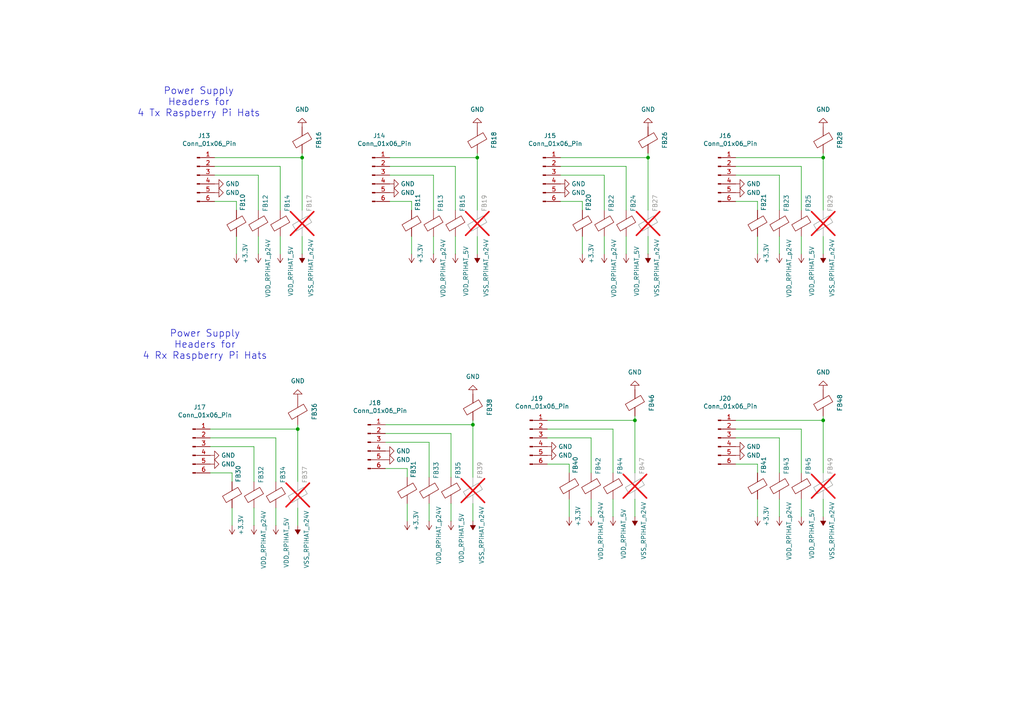
<source format=kicad_sch>
(kicad_sch (version 20231120) (generator "eeschema") (generator_version "8.0")
  (paper "A4")
  (title_block (title "Power Supply Headers for RPi HATS") (date "2024-04-04") (rev "1.0"))
  (lib_symbols
    (symbol "+3.3V_1" (power) (pin_numbers hide) (pin_names (offset 0) hide)
      (property "Value" "+3.3V" (at 0 3.556 0))
      (symbol "+3.3V_1_0_1"
        (polyline (pts (xy -0.762 1.27) (xy 0 2.54)))
        (polyline (pts (xy 0 0) (xy 0 2.54)))
        (polyline (pts (xy 0 2.54) (xy 0.762 1.27)))
      )
      (symbol "+3.3V_1_1_1"
        (pin power_in line (at 0 0 90) (length 0) hide (name "+3.3V") (number "1"))
      )
    )
    (symbol "Connector:Conn_01x06_Pin" (pin_names (offset 1.016) hide)
      (property "Reference" "J" (at 0 7.62 0))
      (property "Value" "Conn_01x06_Pin" (at 0 -10.16 0))
      (symbol "Conn_01x06_Pin_1_1"
        (polyline (pts (xy 1.27 -7.62) (xy 0.8636 -7.62)) (stroke (width 0.1524)))
        (polyline (pts (xy 1.27 -5.08) (xy 0.8636 -5.08)) (stroke (width 0.1524)))
        (polyline (pts (xy 1.27 -2.54) (xy 0.8636 -2.54)) (stroke (width 0.1524)))
        (polyline (pts (xy 1.27 0) (xy 0.8636 0)) (stroke (width 0.1524)))
        (polyline (pts (xy 1.27 2.54) (xy 0.8636 2.54)) (stroke (width 0.1524)))
        (polyline (pts (xy 1.27 5.08) (xy 0.8636 5.08)) (stroke (width 0.1524)))
        (rectangle (start 0.8636 -7.493) (end 0 -7.747) (stroke (width 0.1524)) (fill (type outline)))
        (rectangle (start 0.8636 -4.953) (end 0 -5.207) (stroke (width 0.1524)) (fill (type outline)))
        (rectangle (start 0.8636 -2.413) (end 0 -2.667) (stroke (width 0.1524)) (fill (type outline)))
        (rectangle (start 0.8636 0.127) (end 0 -0.127) (stroke (width 0.1524)) (fill (type outline)))
        (rectangle (start 0.8636 2.667) (end 0 2.413) (stroke (width 0.1524)) (fill (type outline)))
        (rectangle (start 0.8636 5.207) (end 0 4.953) (stroke (width 0.1524)) (fill (type outline)))
        (pin passive line (at 5.08 5.08 180) (length 3.81) (name "Pin_1") (number "1"))
        (pin passive line (at 5.08 2.54 180) (length 3.81) (name "Pin_2") (number "2"))
        (pin passive line (at 5.08 0 180) (length 3.81) (name "Pin_3") (number "3"))
        (pin passive line (at 5.08 -2.54 180) (length 3.81) (name "Pin_4") (number "4"))
        (pin passive line (at 5.08 -5.08 180) (length 3.81) (name "Pin_5") (number "5"))
        (pin passive line (at 5.08 -7.62 180) (length 3.81) (name "Pin_6") (number "6"))
      )
    )
    (symbol "Device:FerriteBead" (pin_numbers hide) (pin_names (offset 0))
      (property "Reference" "FB" (at -3.81 0.635 90))
      (property "Value" "FerriteBead" (at 3.81 0 90))
      (symbol "FerriteBead_0_1"
        (polyline (pts (xy 0 -1.27) (xy 0 -1.2192)))
        (polyline (pts (xy 0 1.27) (xy 0 1.2954)))
        (polyline (pts (xy -2.7686 0.4064) (xy -1.7018 2.2606) (xy 2.7686 -0.3048) (xy 1.6764 -2.159) (xy -2.7686 0.4064)))
      )
      (symbol "FerriteBead_1_1"
        (pin passive line (at 0 3.81 270) (length 2.54) (name "~") (number "1"))
        (pin passive line (at 0 -3.81 90) (length 2.54) (name "~") (number "2"))
      )
    )
    (symbol "GND_1" (power) (pin_numbers hide) (pin_names (offset 0) hide)
      (property "Value" "GND" (at 0 -3.81 0))
      (symbol "GND_1_0_1"
        (polyline (pts (xy 0 0) (xy 0 -1.27) (xy 1.27 -1.27) (xy 0 -2.54) (xy -1.27 -1.27) (xy 0 -1.27)))
      )
      (symbol "GND_1_1_1"
        (pin power_in line (at 0 0 270) (length 0) hide (name "GND") (number "1"))
      )
    )
    (symbol "GND_2" (power) (pin_numbers hide) (pin_names (offset 0) hide)
      (property "Value" "GND" (at 0 -3.81 0))
      (symbol "GND_2_0_1"
        (polyline (pts (xy 0 0) (xy 0 -1.27) (xy 1.27 -1.27) (xy 0 -2.54) (xy -1.27 -1.27) (xy 0 -1.27)))
      )
      (symbol "GND_2_1_1"
        (pin power_in line (at 0 0 270) (length 0) hide (name "GND") (number "1"))
      )
    )
    (symbol "GND_3" (power) (pin_numbers hide) (pin_names (offset 0) hide)
      (property "Value" "GND" (at 0 -3.81 0))
      (symbol "GND_3_0_1"
        (polyline (pts (xy 0 0) (xy 0 -1.27) (xy 1.27 -1.27) (xy 0 -2.54) (xy -1.27 -1.27) (xy 0 -1.27)))
      )
      (symbol "GND_3_1_1"
        (pin power_in line (at 0 0 270) (length 0) hide (name "GND") (number "1"))
      )
    )
    (symbol "power:VDD" (power) (pin_numbers hide) (pin_names (offset 0) hide)
      (property "Value" "VDD" (at 0 3.556 0))
      (symbol "VDD_0_1"
        (polyline (pts (xy -0.762 1.27) (xy 0 2.54)))
        (polyline (pts (xy 0 0) (xy 0 2.54)))
        (polyline (pts (xy 0 2.54) (xy 0.762 1.27)))
      )
      (symbol "VDD_1_1"
        (pin power_in line (at 0 0 90) (length 0) (name "~") (number "1"))
      )
    )
    (symbol "power:VSS" (power) (pin_numbers hide) (pin_names (offset 0) hide)
      (property "Value" "VSS" (at 0 3.556 0))
      (symbol "VSS_0_1"
        (polyline (pts (xy 0 0) (xy 0 2.54)))
        (polyline (pts (xy 0.762 1.27) (xy -0.762 1.27) (xy 0 2.54) (xy 0.762 1.27)) (fill (type outline)))
      )
      (symbol "VSS_1_1"
        (pin power_in line (at 0 0 90) (length 0) (name "~") (number "1"))
      )
    )
  )
  (junction (at 87.63 45.72))
  (junction (at 238.76 121.92))
  (junction (at 138.43 45.72))
  (junction (at 238.76 45.72))
  (junction (at 86.36 124.46))
  (junction (at 137.16 123.19))
  (junction (at 187.96 45.72))
  (junction (at 184.15 121.92))
  (wire (pts (xy 60.96 137.16) (xy 67.31 137.16)))
  (wire (pts (xy 137.16 123.19) (xy 137.16 138.43)))
  (wire (pts (xy 132.08 48.26) (xy 113.03 48.26)))
  (wire (pts (xy 219.71 68.58) (xy 219.71 73.66)))
  (wire (pts (xy 74.93 68.58) (xy 74.93 73.66)))
  (wire (pts (xy 86.36 123.19) (xy 86.36 124.46)))
  (wire (pts (xy 80.01 147.32) (xy 80.01 152.4)))
  (wire (pts (xy 226.06 144.78) (xy 226.06 149.86)))
  (wire (pts (xy 113.03 50.8) (xy 125.73 50.8)))
  (wire (pts (xy 111.76 128.27) (xy 124.46 128.27)))
  (wire (pts (xy 226.06 60.96) (xy 226.06 50.8)))
  (wire (pts (xy 213.36 134.62) (xy 219.71 134.62)))
  (wire (pts (xy 162.56 58.42) (xy 168.91 58.42)))
  (wire (pts (xy 177.8 124.46) (xy 158.75 124.46)))
  (wire (pts (xy 238.76 44.45) (xy 238.76 45.72)))
  (wire (pts (xy 238.76 45.72) (xy 238.76 60.96)))
  (wire (pts (xy 86.36 147.32) (xy 86.36 152.4)))
  (wire (pts (xy 162.56 50.8) (xy 175.26 50.8)))
  (wire (pts (xy 171.45 137.16) (xy 171.45 127)))
  (wire (pts (xy 175.26 68.58) (xy 175.26 73.66)))
  (wire (pts (xy 213.36 50.8) (xy 226.06 50.8)))
  (wire (pts (xy 119.38 58.42) (xy 119.38 60.96)))
  (wire (pts (xy 219.71 58.42) (xy 219.71 60.96)))
  (wire (pts (xy 125.73 68.58) (xy 125.73 73.66)))
  (wire (pts (xy 213.36 58.42) (xy 219.71 58.42)))
  (wire (pts (xy 158.75 121.92) (xy 184.15 121.92)))
  (wire (pts (xy 219.71 144.78) (xy 219.71 149.86)))
  (wire (pts (xy 113.03 58.42) (xy 119.38 58.42)))
  (wire (pts (xy 232.41 137.16) (xy 232.41 124.46)))
  (wire (pts (xy 81.28 68.58) (xy 81.28 73.66)))
  (wire (pts (xy 213.36 121.92) (xy 238.76 121.92)))
  (wire (pts (xy 80.01 139.7) (xy 80.01 127)))
  (wire (pts (xy 138.43 45.72) (xy 138.43 60.96)))
  (wire (pts (xy 67.31 137.16) (xy 67.31 139.7)))
  (wire (pts (xy 132.08 60.96) (xy 132.08 48.26)))
  (wire (pts (xy 68.58 58.42) (xy 68.58 60.96)))
  (wire (pts (xy 238.76 121.92) (xy 238.76 137.16)))
  (wire (pts (xy 219.71 134.62) (xy 219.71 137.16)))
  (wire (pts (xy 138.43 68.58) (xy 138.43 73.66)))
  (wire (pts (xy 124.46 146.05) (xy 124.46 151.13)))
  (wire (pts (xy 168.91 58.42) (xy 168.91 60.96)))
  (wire (pts (xy 238.76 120.65) (xy 238.76 121.92)))
  (wire (pts (xy 60.96 124.46) (xy 86.36 124.46)))
  (wire (pts (xy 73.66 139.7) (xy 73.66 129.54)))
  (wire (pts (xy 137.16 121.92) (xy 137.16 123.19)))
  (wire (pts (xy 187.96 44.45) (xy 187.96 45.72)))
  (wire (pts (xy 213.36 45.72) (xy 238.76 45.72)))
  (wire (pts (xy 62.23 58.42) (xy 68.58 58.42)))
  (wire (pts (xy 177.8 137.16) (xy 177.8 124.46)))
  (wire (pts (xy 81.28 60.96) (xy 81.28 48.26)))
  (wire (pts (xy 111.76 123.19) (xy 137.16 123.19)))
  (wire (pts (xy 125.73 60.96) (xy 125.73 50.8)))
  (wire (pts (xy 68.58 68.58) (xy 68.58 73.66)))
  (wire (pts (xy 118.11 146.05) (xy 118.11 151.13)))
  (wire (pts (xy 87.63 68.58) (xy 87.63 73.66)))
  (wire (pts (xy 124.46 138.43) (xy 124.46 128.27)))
  (wire (pts (xy 67.31 147.32) (xy 67.31 152.4)))
  (wire (pts (xy 184.15 121.92) (xy 184.15 137.16)))
  (wire (pts (xy 168.91 68.58) (xy 168.91 73.66)))
  (wire (pts (xy 238.76 68.58) (xy 238.76 73.66)))
  (wire (pts (xy 118.11 135.89) (xy 118.11 138.43)))
  (wire (pts (xy 184.15 144.78) (xy 184.15 149.86)))
  (wire (pts (xy 175.26 60.96) (xy 175.26 50.8)))
  (wire (pts (xy 87.63 44.45) (xy 87.63 45.72)))
  (wire (pts (xy 132.08 68.58) (xy 132.08 73.66)))
  (wire (pts (xy 62.23 45.72) (xy 87.63 45.72)))
  (wire (pts (xy 226.06 68.58) (xy 226.06 73.66)))
  (wire (pts (xy 74.93 60.96) (xy 74.93 50.8)))
  (wire (pts (xy 181.61 60.96) (xy 181.61 48.26)))
  (wire (pts (xy 130.81 146.05) (xy 130.81 151.13)))
  (wire (pts (xy 232.41 144.78) (xy 232.41 149.86)))
  (wire (pts (xy 171.45 144.78) (xy 171.45 149.86)))
  (wire (pts (xy 232.41 48.26) (xy 213.36 48.26)))
  (wire (pts (xy 60.96 129.54) (xy 73.66 129.54)))
  (wire (pts (xy 81.28 48.26) (xy 62.23 48.26)))
  (wire (pts (xy 62.23 50.8) (xy 74.93 50.8)))
  (wire (pts (xy 111.76 135.89) (xy 118.11 135.89)))
  (wire (pts (xy 181.61 68.58) (xy 181.61 73.66)))
  (wire (pts (xy 232.41 60.96) (xy 232.41 48.26)))
  (wire (pts (xy 187.96 68.58) (xy 187.96 73.66)))
  (wire (pts (xy 165.1 144.78) (xy 165.1 149.86)))
  (wire (pts (xy 130.81 125.73) (xy 111.76 125.73)))
  (wire (pts (xy 119.38 68.58) (xy 119.38 73.66)))
  (wire (pts (xy 238.76 144.78) (xy 238.76 149.86)))
  (wire (pts (xy 165.1 134.62) (xy 165.1 137.16)))
  (wire (pts (xy 184.15 120.65) (xy 184.15 121.92)))
  (wire (pts (xy 232.41 124.46) (xy 213.36 124.46)))
  (wire (pts (xy 232.41 68.58) (xy 232.41 73.66)))
  (wire (pts (xy 138.43 44.45) (xy 138.43 45.72)))
  (wire (pts (xy 187.96 45.72) (xy 187.96 60.96)))
  (wire (pts (xy 130.81 138.43) (xy 130.81 125.73)))
  (wire (pts (xy 181.61 48.26) (xy 162.56 48.26)))
  (wire (pts (xy 73.66 147.32) (xy 73.66 152.4)))
  (wire (pts (xy 113.03 45.72) (xy 138.43 45.72)))
  (wire (pts (xy 86.36 124.46) (xy 86.36 139.7)))
  (wire (pts (xy 177.8 144.78) (xy 177.8 149.86)))
  (wire (pts (xy 80.01 127) (xy 60.96 127)))
  (wire (pts (xy 158.75 127) (xy 171.45 127)))
  (wire (pts (xy 213.36 127) (xy 226.06 127)))
  (wire (pts (xy 162.56 45.72) (xy 187.96 45.72)))
  (wire (pts (xy 87.63 45.72) (xy 87.63 60.96)))
  (wire (pts (xy 137.16 146.05) (xy 137.16 151.13)))
  (wire (pts (xy 158.75 134.62) (xy 165.1 134.62)))
  (wire (pts (xy 226.06 137.16) (xy 226.06 127)))
  (text "Power Supply\nHeaders for\n4 Tx Raspberry Pi Hats\n" (at 57.658 29.718 0) (effects (font (size 2 2))))
  (text "Power Supply\nHeaders for\n4 Rx Raspberry Pi Hats\n" (at 59.436 100.076 0) (effects (font (size 2 2))))
  (symbol (lib_name "GND_2") (lib_id "power:GND") (at 213.36 129.54 90) (unit 1)
    (property "Reference" "#PWR082" (effects (hide yes)))
    (property "Value" "GND" (at 216.535 129.54 90) (effects (justify right)))
  )
  (symbol (lib_name "GND_1") (lib_id "power:GND") (at 162.56 55.88 90) (unit 1)
    (property "Reference" "#PWR053" (effects (hide yes)))
    (property "Value" "GND" (at 165.735 55.88 90) (effects (justify right)))
  )
  (symbol (lib_id "Device:FerriteBead") (at 165.1 140.97 0) (mirror x) (unit 1)
    (property "Reference" "FB40" (at 166.878 134.874 90))
    (property "Value" "FerriteBead" (effects (hide yes)))
    (property "Footprint" "BCRL_power_supply:BEADC1005X55N" (effects (hide yes)))
    (property "Datasheet" "https://product.tdk.com/system/files/dam/doc/product/emc/emc/suppression-filter/catalog/suppression-filter_commercial_maf1005p_en.pdf" (effects (hide yes)))
    (property "Description" "Ferrite bead 9 mOhm 6A" (effects (hide yes)))
    (property "PN" "MAF1005PAD120CT000" (effects (hide yes)))
    (property "Mfr" "TDK" (effects (hide yes)))
  )
  (symbol (lib_name "+3.3V_1") (lib_id "power:+3.3V") (at 165.1 149.86 180) (unit 1)
    (property "Reference" "#PWR084" (effects (hide yes)))
    (property "Value" "+3.3V" (at 167.64 146.812 90) (effects (justify left)))
  )
  (symbol (lib_id "Device:FerriteBead") (at 171.45 140.97 0) (mirror x) (unit 1)
    (property "Reference" "FB42" (at 173.482 135.128 90))
    (property "Value" "FerriteBead" (effects (hide yes)))
    (property "Footprint" "BCRL_power_supply:BEADC1005X55N" (effects (hide yes)))
    (property "Datasheet" "https://product.tdk.com/system/files/dam/doc/product/emc/emc/suppression-filter/catalog/suppression-filter_commercial_maf1005p_en.pdf" (effects (hide yes)))
    (property "Description" "Ferrite bead 9 mOhm 6A" (effects (hide yes)))
    (property "PN" "MAF1005PAD120CT000" (effects (hide yes)))
    (property "Mfr" "TDK" (effects (hide yes)))
  )
  (symbol (lib_name "+3.3V_1") (lib_id "power:+3.3V") (at 219.71 73.66 180) (unit 1)
    (property "Reference" "#PWR057" (effects (hide yes)))
    (property "Value" "+3.3V" (at 222.25 70.612 90) (effects (justify left)))
  )
  (symbol (lib_id "Device:FerriteBead") (at 80.01 143.51 0) (mirror x) (unit 1)
    (property "Reference" "FB34" (at 82.042 137.668 90))
    (property "Value" "FerriteBead" (effects (hide yes)))
    (property "Footprint" "BCRL_power_supply:BEADC1005X55N" (effects (hide yes)))
    (property "Datasheet" "https://product.tdk.com/system/files/dam/doc/product/emc/emc/suppression-filter/catalog/suppression-filter_commercial_maf1005p_en.pdf" (effects (hide yes)))
    (property "Description" "Ferrite bead 9 mOhm 6A" (effects (hide yes)))
    (property "PN" "MAF1005PAD120CT000" (effects (hide yes)))
    (property "Mfr" "TDK" (effects (hide yes)))
  )
  (symbol (lib_name "+3.3V_1") (lib_id "power:+3.3V") (at 118.11 151.13 180) (unit 1)
    (property "Reference" "#PWR071" (effects (hide yes)))
    (property "Value" "+3.3V" (at 120.65 148.082 90) (effects (justify left)))
  )
  (symbol (lib_id "Connector:Conn_01x06_Pin") (at 153.67 127 0) (unit 1)
    (property "Reference" "J19" (at 155.702 115.57 0))
    (property "Value" "Conn_01x06_Pin" (at 157.226 117.856 0))
    (property "Footprint" "BCRL_power_supply:TSM-106-YY-ZZZ-SH" (effects (hide yes)))
    (property "Datasheet" "https://www.mouser.ca/datasheet/2/527/tsm-2854655.pdf" (effects (hide yes)))
    (property "Description" "1x6 pin Header SMT, Horizontal" (effects (hide yes)))
    (property "PN" "TSM-106-01-T-SH" (effects (hide yes)))
    (property "Mfr" "SAMTEC" (effects (hide yes)))
  )
  (symbol (lib_id "power:VDD") (at 175.26 73.66 180) (unit 1)
    (property "Reference" "#PWR058" (effects (hide yes)))
    (property "Value" "VDD_RPiHAT_p24V" (at 178.054 69.342 90) (effects (justify left)))
    (property "Description" "Power symbol creates a global label with name \"VDD\"" (effects (hide yes)))
  )
  (symbol (lib_name "GND_3") (lib_id "power:GND") (at 87.63 36.83 180) (unit 1)
    (property "Reference" "#PWR048" (effects (hide yes)))
    (property "Value" "GND" (at 87.63 31.75 0))
  )
  (symbol (lib_id "Device:FerriteBead") (at 226.06 64.77 0) (mirror x) (unit 1)
    (property "Reference" "FB23" (at 228.092 58.928 90))
    (property "Value" "FerriteBead" (effects (hide yes)))
    (property "Footprint" "BCRL_power_supply:BEADC1005X55N" (effects (hide yes)))
    (property "Datasheet" "https://product.tdk.com/system/files/dam/doc/product/emc/emc/suppression-filter/catalog/suppression-filter_commercial_maf1005p_en.pdf" (effects (hide yes)))
    (property "Description" "Ferrite bead 9 mOhm 6A" (effects (hide yes)))
    (property "PN" "MAF1005PAD120CT000" (effects (hide yes)))
    (property "Mfr" "TDK" (effects (hide yes)))
  )
  (symbol (lib_name "GND_1") (lib_id "power:GND") (at 213.36 132.08 90) (unit 1)
    (property "Reference" "#PWR083" (effects (hide yes)))
    (property "Value" "GND" (at 216.535 132.08 90) (effects (justify right)))
  )
  (symbol (lib_id "power:VSS") (at 86.36 152.4 180) (unit 1)
    (property "Reference" "#PWR077" (effects (hide yes)))
    (property "Value" "VSS_RPiHAT_n24V" (at 88.9 156.464 90))
    (property "Description" "Power symbol creates a global label with name \"VSS\"" (effects (hide yes)))
  )
  (symbol (lib_id "Device:FerriteBead") (at 130.81 142.24 0) (mirror x) (unit 1)
    (property "Reference" "FB35" (at 132.842 136.398 90))
    (property "Value" "FerriteBead" (effects (hide yes)))
    (property "Footprint" "BCRL_power_supply:BEADC1005X55N" (effects (hide yes)))
    (property "Datasheet" "https://product.tdk.com/system/files/dam/doc/product/emc/emc/suppression-filter/catalog/suppression-filter_commercial_maf1005p_en.pdf" (effects (hide yes)))
    (property "Description" "Ferrite bead 9 mOhm 6A" (effects (hide yes)))
    (property "PN" "MAF1005PAD120CT000" (effects (hide yes)))
    (property "Mfr" "TDK" (effects (hide yes)))
  )
  (symbol (lib_id "power:VSS") (at 138.43 73.66 180) (unit 1)
    (property "Reference" "#PWR051" (effects (hide yes)))
    (property "Value" "VSS_RPiHAT_n24V" (at 140.97 77.724 90))
    (property "Description" "Power symbol creates a global label with name \"VSS\"" (effects (hide yes)))
  )
  (symbol (lib_id "Device:FerriteBead") (at 137.16 118.11 0) (mirror x) (unit 1)
    (property "Reference" "FB38" (at 141.986 118.11 90))
    (property "Value" "FerriteBead" (effects (hide yes)))
    (property "Footprint" "BCRL_power_supply:BEADC1005X55N" (effects (hide yes)))
    (property "Datasheet" "https://product.tdk.com/system/files/dam/doc/product/emc/emc/suppression-filter/catalog/suppression-filter_commercial_maf1005p_en.pdf" (effects (hide yes)))
    (property "Description" "Ferrite bead 9 mOhm 6A" (effects (hide yes)))
    (property "PN" "MAF1005PAD120CT000" (effects (hide yes)))
    (property "Mfr" "TDK" (effects (hide yes)))
  )
  (symbol (lib_id "Connector:Conn_01x06_Pin") (at 57.15 50.8 0) (unit 1)
    (property "Reference" "J13" (at 59.182 39.37 0))
    (property "Value" "Conn_01x06_Pin" (at 60.706 41.656 0))
    (property "Footprint" "BCRL_power_supply:TSM-106-YY-ZZZ-SH" (effects (hide yes)))
    (property "Datasheet" "https://www.mouser.ca/datasheet/2/527/tsm-2854655.pdf" (effects (hide yes)))
    (property "Description" "1x6 pin Header SMT, Horizontal" (effects (hide yes)))
    (property "PN" "TSM-106-01-T-SH" (effects (hide yes)))
    (property "Mfr" "SAMTEC" (effects (hide yes)))
  )
  (symbol (lib_id "Device:FerriteBead") (at 168.91 64.77 0) (mirror x) (unit 1)
    (property "Reference" "FB20" (at 170.688 58.674 90))
    (property "Value" "FerriteBead" (effects (hide yes)))
    (property "Footprint" "BCRL_power_supply:BEADC1005X55N" (effects (hide yes)))
    (property "Datasheet" "https://product.tdk.com/system/files/dam/doc/product/emc/emc/suppression-filter/catalog/suppression-filter_commercial_maf1005p_en.pdf" (effects (hide yes)))
    (property "Description" "Ferrite bead 9 mOhm 6A" (effects (hide yes)))
    (property "PN" "MAF1005PAD120CT000" (effects (hide yes)))
    (property "Mfr" "TDK" (effects (hide yes)))
  )
  (symbol (lib_id "Device:FerriteBead") (at 68.58 64.77 0) (mirror x) (unit 1)
    (property "Reference" "FB10" (at 70.358 58.674 90))
    (property "Value" "FerriteBead" (effects (hide yes)))
    (property "Footprint" "BCRL_power_supply:BEADC1005X55N" (effects (hide yes)))
    (property "Datasheet" "https://product.tdk.com/system/files/dam/doc/product/emc/emc/suppression-filter/catalog/suppression-filter_commercial_maf1005p_en.pdf" (effects (hide yes)))
    (property "Description" "Ferrite bead 9 mOhm 6A" (effects (hide yes)))
    (property "PN" "MAF1005PAD120CT000" (effects (hide yes)))
    (property "Mfr" "TDK" (effects (hide yes)))
  )
  (symbol (lib_id "power:VDD") (at 130.81 151.13 180) (unit 1)
    (property "Reference" "#PWR075" (effects (hide yes)))
    (property "Value" "VDD_RPiHAT_5V" (at 133.858 148.844 90) (effects (justify left)))
    (property "Description" "Power symbol creates a global label with name \"VDD\"" (effects (hide yes)))
  )
  (symbol (lib_id "power:VDD") (at 232.41 149.86 180) (unit 1)
    (property "Reference" "#PWR089" (effects (hide yes)))
    (property "Value" "VDD_RPiHAT_5V" (at 235.458 147.574 90) (effects (justify left)))
    (property "Description" "Power symbol creates a global label with name \"VDD\"" (effects (hide yes)))
  )
  (symbol (lib_id "Device:FerriteBead") (at 238.76 40.64 0) (mirror x) (unit 1)
    (property "Reference" "FB28" (at 243.586 40.64 90))
    (property "Value" "FerriteBead" (effects (hide yes)))
    (property "Footprint" "BCRL_power_supply:BEADC1005X55N" (effects (hide yes)))
    (property "Datasheet" "https://product.tdk.com/system/files/dam/doc/product/emc/emc/suppression-filter/catalog/suppression-filter_commercial_maf1005p_en.pdf" (effects (hide yes)))
    (property "Description" "Ferrite bead 9 mOhm 6A" (effects (hide yes)))
    (property "PN" "MAF1005PAD120CT000" (effects (hide yes)))
    (property "Mfr" "TDK" (effects (hide yes)))
  )
  (symbol (lib_id "Device:FerriteBead") (at 219.71 140.97 0) (mirror x) (unit 1)
    (property "Reference" "FB41" (at 221.488 134.874 90))
    (property "Value" "FerriteBead" (effects (hide yes)))
    (property "Footprint" "BCRL_power_supply:BEADC1005X55N" (effects (hide yes)))
    (property "Datasheet" "https://product.tdk.com/system/files/dam/doc/product/emc/emc/suppression-filter/catalog/suppression-filter_commercial_maf1005p_en.pdf" (effects (hide yes)))
    (property "Description" "Ferrite bead 9 mOhm 6A" (effects (hide yes)))
    (property "PN" "MAF1005PAD120CT000" (effects (hide yes)))
    (property "Mfr" "TDK" (effects (hide yes)))
  )
  (symbol (lib_name "GND_1") (lib_id "power:GND") (at 60.96 134.62 90) (unit 1)
    (property "Reference" "#PWR067" (effects (hide yes)))
    (property "Value" "GND" (at 64.135 134.62 90) (effects (justify right)))
  )
  (symbol (lib_id "Connector:Conn_01x06_Pin") (at 208.28 127 0) (unit 1)
    (property "Reference" "J20" (at 210.312 115.57 0))
    (property "Value" "Conn_01x06_Pin" (at 211.836 117.856 0))
    (property "Footprint" "BCRL_power_supply:TSM-106-YY-ZZZ-SH" (effects (hide yes)))
    (property "Datasheet" "https://www.mouser.ca/datasheet/2/527/tsm-2854655.pdf" (effects (hide yes)))
    (property "Description" "1x6 pin Header SMT, Horizontal" (effects (hide yes)))
    (property "PN" "TSM-106-01-T-SH" (effects (hide yes)))
    (property "Mfr" "SAMTEC" (effects (hide yes)))
  )
  (symbol (lib_id "Device:FerriteBead") (at 184.15 116.84 0) (mirror x) (unit 1)
    (property "Reference" "FB46" (at 188.976 116.84 90))
    (property "Value" "FerriteBead" (effects (hide yes)))
    (property "Footprint" "BCRL_power_supply:BEADC1005X55N" (effects (hide yes)))
    (property "Datasheet" "https://product.tdk.com/system/files/dam/doc/product/emc/emc/suppression-filter/catalog/suppression-filter_commercial_maf1005p_en.pdf" (effects (hide yes)))
    (property "Description" "Ferrite bead 9 mOhm 6A" (effects (hide yes)))
    (property "PN" "MAF1005PAD120CT000" (effects (hide yes)))
    (property "Mfr" "TDK" (effects (hide yes)))
  )
  (symbol (lib_id "power:VSS") (at 238.76 149.86 180) (unit 1)
    (property "Reference" "#PWR093" (effects (hide yes)))
    (property "Value" "VSS_RPiHAT_n24V" (at 241.3 153.924 90))
    (property "Description" "Power symbol creates a global label with name \"VSS\"" (effects (hide yes)))
  )
  (symbol (lib_id "Connector:Conn_01x06_Pin") (at 107.95 50.8 0) (unit 1)
    (property "Reference" "J14" (at 109.982 39.37 0))
    (property "Value" "Conn_01x06_Pin" (at 111.506 41.656 0))
    (property "Footprint" "BCRL_power_supply:TSM-106-YY-ZZZ-SH" (effects (hide yes)))
    (property "Datasheet" "https://www.mouser.ca/datasheet/2/527/tsm-2854655.pdf" (effects (hide yes)))
    (property "Description" "1x6 pin Header SMT, Horizontal" (effects (hide yes)))
    (property "PN" "TSM-106-01-T-SH" (effects (hide yes)))
    (property "Mfr" "SAMTEC" (effects (hide yes)))
  )
  (symbol (lib_id "Connector:Conn_01x06_Pin") (at 208.28 50.8 0) (unit 1)
    (property "Reference" "J16" (at 210.312 39.37 0))
    (property "Value" "Conn_01x06_Pin" (at 211.836 41.656 0))
    (property "Footprint" "BCRL_power_supply:TSM-106-YY-ZZZ-SH" (effects (hide yes)))
    (property "Datasheet" "https://www.mouser.ca/datasheet/2/527/tsm-2854655.pdf" (effects (hide yes)))
    (property "Description" "1x6 pin Header SMT, Horizontal" (effects (hide yes)))
    (property "PN" "TSM-106-01-T-SH" (effects (hide yes)))
    (property "Mfr" "SAMTEC" (effects (hide yes)))
  )
  (symbol (lib_name "+3.3V_1") (lib_id "power:+3.3V") (at 168.91 73.66 180) (unit 1)
    (property "Reference" "#PWR056" (effects (hide yes)))
    (property "Value" "+3.3V" (at 171.45 70.612 90) (effects (justify left)))
  )
  (symbol (lib_id "power:VDD") (at 171.45 149.86 180) (unit 1)
    (property "Reference" "#PWR086" (effects (hide yes)))
    (property "Value" "VDD_RPiHAT_p24V" (at 174.244 145.542 90) (effects (justify left)))
    (property "Description" "Power symbol creates a global label with name \"VDD\"" (effects (hide yes)))
  )
  (symbol (lib_id "Device:FerriteBead") (at 177.8 140.97 0) (mirror x) (unit 1)
    (property "Reference" "FB44" (at 179.832 135.128 90))
    (property "Value" "FerriteBead" (effects (hide yes)))
    (property "Footprint" "BCRL_power_supply:BEADC1005X55N" (effects (hide yes)))
    (property "Datasheet" "https://product.tdk.com/system/files/dam/doc/product/emc/emc/suppression-filter/catalog/suppression-filter_commercial_maf1005p_en.pdf" (effects (hide yes)))
    (property "Description" "Ferrite bead 9 mOhm 6A" (effects (hide yes)))
    (property "PN" "MAF1005PAD120CT000" (effects (hide yes)))
    (property "Mfr" "TDK" (effects (hide yes)))
  )
  (symbol (lib_id "Device:FerriteBead") (at 181.61 64.77 0) (mirror x) (unit 1)
    (property "Reference" "FB24" (at 183.642 58.928 90))
    (property "Value" "FerriteBead" (effects (hide yes)))
    (property "Footprint" "BCRL_power_supply:BEADC1005X55N" (effects (hide yes)))
    (property "Datasheet" "https://product.tdk.com/system/files/dam/doc/product/emc/emc/suppression-filter/catalog/suppression-filter_commercial_maf1005p_en.pdf" (effects (hide yes)))
    (property "Description" "Ferrite bead 9 mOhm 6A" (effects (hide yes)))
    (property "PN" "MAF1005PAD120CT000" (effects (hide yes)))
    (property "Mfr" "TDK" (effects (hide yes)))
  )
  (symbol (lib_id "power:VDD") (at 80.01 152.4 180) (unit 1)
    (property "Reference" "#PWR074" (effects (hide yes)))
    (property "Value" "VDD_RPiHAT_5V" (at 83.058 150.114 90) (effects (justify left)))
    (property "Description" "Power symbol creates a global label with name \"VDD\"" (effects (hide yes)))
  )
  (symbol (lib_id "Device:FerriteBead") (at 187.96 40.64 0) (mirror x) (unit 1)
    (property "Reference" "FB26" (at 192.786 40.64 90))
    (property "Value" "FerriteBead" (effects (hide yes)))
    (property "Footprint" "BCRL_power_supply:BEADC1005X55N" (effects (hide yes)))
    (property "Datasheet" "https://product.tdk.com/system/files/dam/doc/product/emc/emc/suppression-filter/catalog/suppression-filter_commercial_maf1005p_en.pdf" (effects (hide yes)))
    (property "Description" "Ferrite bead 9 mOhm 6A" (effects (hide yes)))
    (property "PN" "MAF1005PAD120CT000" (effects (hide yes)))
    (property "Mfr" "TDK" (effects (hide yes)))
  )
  (symbol (lib_name "GND_3") (lib_id "power:GND") (at 86.36 115.57 180) (unit 1)
    (property "Reference" "#PWR076" (effects (hide yes)))
    (property "Value" "GND" (at 86.36 110.49 0))
  )
  (symbol (lib_id "Device:FerriteBead") (at 73.66 143.51 0) (mirror x) (unit 1)
    (property "Reference" "FB32" (at 75.692 137.668 90))
    (property "Value" "FerriteBead" (effects (hide yes)))
    (property "Footprint" "BCRL_power_supply:BEADC1005X55N" (effects (hide yes)))
    (property "Datasheet" "https://product.tdk.com/system/files/dam/doc/product/emc/emc/suppression-filter/catalog/suppression-filter_commercial_maf1005p_en.pdf" (effects (hide yes)))
    (property "Description" "Ferrite bead 9 mOhm 6A" (effects (hide yes)))
    (property "PN" "MAF1005PAD120CT000" (effects (hide yes)))
    (property "Mfr" "TDK" (effects (hide yes)))
  )
  (symbol (lib_id "Device:FerriteBead") (at 81.28 64.77 0) (mirror x) (unit 1)
    (property "Reference" "FB14" (at 83.312 58.928 90))
    (property "Value" "FerriteBead" (effects (hide yes)))
    (property "Footprint" "BCRL_power_supply:BEADC1005X55N" (effects (hide yes)))
    (property "Datasheet" "https://product.tdk.com/system/files/dam/doc/product/emc/emc/suppression-filter/catalog/suppression-filter_commercial_maf1005p_en.pdf" (effects (hide yes)))
    (property "Description" "Ferrite bead 9 mOhm 6A" (effects (hide yes)))
    (property "PN" "MAF1005PAD120CT000" (effects (hide yes)))
    (property "Mfr" "TDK" (effects (hide yes)))
  )
  (symbol (lib_id "power:VDD") (at 125.73 73.66 180) (unit 1)
    (property "Reference" "#PWR045" (effects (hide yes)))
    (property "Value" "VDD_RPiHAT_p24V" (at 128.524 69.342 90) (effects (justify left)))
    (property "Description" "Power symbol creates a global label with name \"VDD\"" (effects (hide yes)))
  )
  (symbol (lib_name "+3.3V_1") (lib_id "power:+3.3V") (at 68.58 73.66 180) (unit 1)
    (property "Reference" "#PWR042" (effects (hide yes)))
    (property "Value" "+3.3V" (at 71.12 70.612 90) (effects (justify left)))
  )
  (symbol (lib_id "power:VDD") (at 74.93 73.66 180) (unit 1)
    (property "Reference" "#PWR044" (effects (hide yes)))
    (property "Value" "VDD_RPiHAT_p24V" (at 77.724 69.342 90) (effects (justify left)))
    (property "Description" "Power symbol creates a global label with name \"VDD\"" (effects (hide yes)))
  )
  (symbol (lib_name "GND_1") (lib_id "power:GND") (at 158.75 132.08 90) (unit 1)
    (property "Reference" "#PWR081" (effects (hide yes)))
    (property "Value" "GND" (at 161.925 132.08 90) (effects (justify right)))
  )
  (symbol (lib_name "GND_1") (lib_id "power:GND") (at 62.23 55.88 90) (unit 1)
    (property "Reference" "#PWR039" (effects (hide yes)))
    (property "Value" "GND" (at 65.405 55.88 90) (effects (justify right)))
  )
  (symbol (lib_id "power:VSS") (at 238.76 73.66 180) (unit 1)
    (property "Reference" "#PWR065" (effects (hide yes)))
    (property "Value" "VSS_RPiHAT_n24V" (at 241.3 77.724 90))
    (property "Description" "Power symbol creates a global label with name \"VSS\"" (effects (hide yes)))
  )
  (symbol (lib_id "Device:FerriteBead") (at 175.26 64.77 0) (mirror x) (unit 1)
    (property "Reference" "FB22" (at 177.292 58.928 90))
    (property "Value" "FerriteBead" (effects (hide yes)))
    (property "Footprint" "BCRL_power_supply:BEADC1005X55N" (effects (hide yes)))
    (property "Datasheet" "https://product.tdk.com/system/files/dam/doc/product/emc/emc/suppression-filter/catalog/suppression-filter_commercial_maf1005p_en.pdf" (effects (hide yes)))
    (property "Description" "Ferrite bead 9 mOhm 6A" (effects (hide yes)))
    (property "PN" "MAF1005PAD120CT000" (effects (hide yes)))
    (property "Mfr" "TDK" (effects (hide yes)))
  )
  (symbol (lib_name "GND_2") (lib_id "power:GND") (at 111.76 130.81 90) (unit 1)
    (property "Reference" "#PWR068" (effects (hide yes)))
    (property "Value" "GND" (at 114.935 130.81 90) (effects (justify right)))
  )
  (symbol (lib_id "Device:FerriteBead") (at 119.38 64.77 0) (mirror x) (unit 1)
    (property "Reference" "FB11" (at 121.158 58.674 90))
    (property "Value" "FerriteBead" (effects (hide yes)))
    (property "Footprint" "BCRL_power_supply:BEADC1005X55N" (effects (hide yes)))
    (property "Datasheet" "https://product.tdk.com/system/files/dam/doc/product/emc/emc/suppression-filter/catalog/suppression-filter_commercial_maf1005p_en.pdf" (effects (hide yes)))
    (property "Description" "Ferrite bead 9 mOhm 6A" (effects (hide yes)))
    (property "PN" "MAF1005PAD120CT000" (effects (hide yes)))
    (property "Mfr" "TDK" (effects (hide yes)))
  )
  (symbol (lib_id "power:VDD") (at 73.66 152.4 180) (unit 1)
    (property "Reference" "#PWR072" (effects (hide yes)))
    (property "Value" "VDD_RPiHAT_p24V" (at 76.454 148.082 90) (effects (justify left)))
    (property "Description" "Power symbol creates a global label with name \"VDD\"" (effects (hide yes)))
  )
  (symbol (lib_id "Connector:Conn_01x06_Pin") (at 55.88 129.54 0) (unit 1)
    (property "Reference" "J17" (at 57.912 118.11 0))
    (property "Value" "Conn_01x06_Pin" (at 59.436 120.396 0))
    (property "Footprint" "BCRL_power_supply:TSM-106-YY-ZZZ-SH" (effects (hide yes)))
    (property "Datasheet" "https://www.mouser.ca/datasheet/2/527/tsm-2854655.pdf" (effects (hide yes)))
    (property "Description" "1x6 pin Header SMT, Horizontal" (effects (hide yes)))
    (property "PN" "TSM-106-01-T-SH" (effects (hide yes)))
    (property "Mfr" "SAMTEC" (effects (hide yes)))
  )
  (symbol (lib_id "Device:FerriteBead") (at 187.96 64.77 0) (mirror x) (unit 1) (in_bom no) (dnp yes)
    (property "Reference" "FB27" (at 189.992 58.928 90))
    (property "Value" "FerriteBead" (effects (hide yes)))
    (property "Footprint" "BCRL_power_supply:BEADC1005X55N" (effects (hide yes)))
    (property "Datasheet" "https://product.tdk.com/system/files/dam/doc/product/emc/emc/suppression-filter/catalog/suppression-filter_commercial_maf1005p_en.pdf" (effects (hide yes)))
    (property "Description" "Ferrite bead 9 mOhm 6A" (effects (hide yes)))
    (property "PN" "MAF1005PAD120CT000" (effects (hide yes)))
    (property "Mfr" "TDK" (effects (hide yes)))
  )
  (symbol (lib_name "+3.3V_1") (lib_id "power:+3.3V") (at 219.71 149.86 180) (unit 1)
    (property "Reference" "#PWR085" (effects (hide yes)))
    (property "Value" "+3.3V" (at 222.25 146.812 90) (effects (justify left)))
  )
  (symbol (lib_id "Device:FerriteBead") (at 67.31 143.51 0) (mirror x) (unit 1)
    (property "Reference" "FB30" (at 69.088 137.414 90))
    (property "Value" "FerriteBead" (effects (hide yes)))
    (property "Footprint" "BCRL_power_supply:BEADC1005X55N" (effects (hide yes)))
    (property "Datasheet" "https://product.tdk.com/system/files/dam/doc/product/emc/emc/suppression-filter/catalog/suppression-filter_commercial_maf1005p_en.pdf" (effects (hide yes)))
    (property "Description" "Ferrite bead 9 mOhm 6A" (effects (hide yes)))
    (property "PN" "MAF1005PAD120CT000" (effects (hide yes)))
    (property "Mfr" "TDK" (effects (hide yes)))
  )
  (symbol (lib_id "power:VDD") (at 226.06 149.86 180) (unit 1)
    (property "Reference" "#PWR087" (effects (hide yes)))
    (property "Value" "VDD_RPiHAT_p24V" (at 228.854 145.542 90) (effects (justify left)))
    (property "Description" "Power symbol creates a global label with name \"VDD\"" (effects (hide yes)))
  )
  (symbol (lib_id "power:VSS") (at 187.96 73.66 180) (unit 1)
    (property "Reference" "#PWR063" (effects (hide yes)))
    (property "Value" "VSS_RPiHAT_n24V" (at 190.5 77.724 90))
    (property "Description" "Power symbol creates a global label with name \"VSS\"" (effects (hide yes)))
  )
  (symbol (lib_name "GND_1") (lib_id "power:GND") (at 113.03 55.88 90) (unit 1)
    (property "Reference" "#PWR041" (effects (hide yes)))
    (property "Value" "GND" (at 116.205 55.88 90) (effects (justify right)))
  )
  (symbol (lib_id "power:VDD") (at 177.8 149.86 180) (unit 1)
    (property "Reference" "#PWR088" (effects (hide yes)))
    (property "Value" "VDD_RPiHAT_5V" (at 180.848 147.574 90) (effects (justify left)))
    (property "Description" "Power symbol creates a global label with name \"VDD\"" (effects (hide yes)))
  )
  (symbol (lib_name "GND_3") (lib_id "power:GND") (at 238.76 36.83 180) (unit 1)
    (property "Reference" "#PWR064" (effects (hide yes)))
    (property "Value" "GND" (at 238.76 31.75 0))
  )
  (symbol (lib_id "Device:FerriteBead") (at 86.36 119.38 0) (mirror x) (unit 1)
    (property "Reference" "FB36" (at 91.186 119.38 90))
    (property "Value" "FerriteBead" (effects (hide yes)))
    (property "Footprint" "BCRL_power_supply:BEADC1005X55N" (effects (hide yes)))
    (property "Datasheet" "https://product.tdk.com/system/files/dam/doc/product/emc/emc/suppression-filter/catalog/suppression-filter_commercial_maf1005p_en.pdf" (effects (hide yes)))
    (property "Description" "Ferrite bead 9 mOhm 6A" (effects (hide yes)))
    (property "PN" "MAF1005PAD120CT000" (effects (hide yes)))
    (property "Mfr" "TDK" (effects (hide yes)))
  )
  (symbol (lib_id "power:VDD") (at 81.28 73.66 180) (unit 1)
    (property "Reference" "#PWR046" (effects (hide yes)))
    (property "Value" "VDD_RPiHAT_5V" (at 84.328 71.374 90) (effects (justify left)))
    (property "Description" "Power symbol creates a global label with name \"VDD\"" (effects (hide yes)))
  )
  (symbol (lib_id "Connector:Conn_01x06_Pin") (at 157.48 50.8 0) (unit 1)
    (property "Reference" "J15" (at 159.512 39.37 0))
    (property "Value" "Conn_01x06_Pin" (at 161.036 41.656 0))
    (property "Footprint" "BCRL_power_supply:TSM-106-YY-ZZZ-SH" (effects (hide yes)))
    (property "Datasheet" "https://www.mouser.ca/datasheet/2/527/tsm-2854655.pdf" (effects (hide yes)))
    (property "Description" "1x6 pin Header SMT, Horizontal" (effects (hide yes)))
    (property "PN" "TSM-106-01-T-SH" (effects (hide yes)))
    (property "Mfr" "SAMTEC" (effects (hide yes)))
  )
  (symbol (lib_id "Device:FerriteBead") (at 238.76 140.97 0) (mirror x) (unit 1) (in_bom no) (dnp yes)
    (property "Reference" "FB49" (at 240.792 135.128 90))
    (property "Value" "FerriteBead" (effects (hide yes)))
    (property "Footprint" "BCRL_power_supply:BEADC1005X55N" (effects (hide yes)))
    (property "Datasheet" "https://product.tdk.com/system/files/dam/doc/product/emc/emc/suppression-filter/catalog/suppression-filter_commercial_maf1005p_en.pdf" (effects (hide yes)))
    (property "Description" "Ferrite bead 9 mOhm 6A" (effects (hide yes)))
    (property "PN" "MAF1005PAD120CT000" (effects (hide yes)))
    (property "Mfr" "TDK" (effects (hide yes)))
  )
  (symbol (lib_name "GND_3") (lib_id "power:GND") (at 187.96 36.83 180) (unit 1)
    (property "Reference" "#PWR062" (effects (hide yes)))
    (property "Value" "GND" (at 187.96 31.75 0))
  )
  (symbol (lib_id "power:VDD") (at 181.61 73.66 180) (unit 1)
    (property "Reference" "#PWR060" (effects (hide yes)))
    (property "Value" "VDD_RPiHAT_5V" (at 184.658 71.374 90) (effects (justify left)))
    (property "Description" "Power symbol creates a global label with name \"VDD\"" (effects (hide yes)))
  )
  (symbol (lib_id "Device:FerriteBead") (at 124.46 142.24 0) (mirror x) (unit 1)
    (property "Reference" "FB33" (at 126.492 136.398 90))
    (property "Value" "FerriteBead" (effects (hide yes)))
    (property "Footprint" "BCRL_power_supply:BEADC1005X55N" (effects (hide yes)))
    (property "Datasheet" "https://product.tdk.com/system/files/dam/doc/product/emc/emc/suppression-filter/catalog/suppression-filter_commercial_maf1005p_en.pdf" (effects (hide yes)))
    (property "Description" "Ferrite bead 9 mOhm 6A" (effects (hide yes)))
    (property "PN" "MAF1005PAD120CT000" (effects (hide yes)))
    (property "Mfr" "TDK" (effects (hide yes)))
  )
  (symbol (lib_id "Device:FerriteBead") (at 74.93 64.77 0) (mirror x) (unit 1)
    (property "Reference" "FB12" (at 76.962 58.928 90))
    (property "Value" "FerriteBead" (effects (hide yes)))
    (property "Footprint" "BCRL_power_supply:BEADC1005X55N" (effects (hide yes)))
    (property "Datasheet" "https://product.tdk.com/system/files/dam/doc/product/emc/emc/suppression-filter/catalog/suppression-filter_commercial_maf1005p_en.pdf" (effects (hide yes)))
    (property "Description" "Ferrite bead 9 mOhm 6A" (effects (hide yes)))
    (property "PN" "MAF1005PAD120CT000" (effects (hide yes)))
    (property "Mfr" "TDK" (effects (hide yes)))
  )
  (symbol (lib_id "Device:FerriteBead") (at 86.36 143.51 0) (mirror x) (unit 1) (in_bom no) (dnp yes)
    (property "Reference" "FB37" (at 88.392 137.668 90))
    (property "Value" "FerriteBead" (effects (hide yes)))
    (property "Footprint" "BCRL_power_supply:BEADC1005X55N" (effects (hide yes)))
    (property "Datasheet" "https://product.tdk.com/system/files/dam/doc/product/emc/emc/suppression-filter/catalog/suppression-filter_commercial_maf1005p_en.pdf" (effects (hide yes)))
    (property "Description" "Ferrite bead 9 mOhm 6A" (effects (hide yes)))
    (property "PN" "MAF1005PAD120CT000" (effects (hide yes)))
    (property "Mfr" "TDK" (effects (hide yes)))
  )
  (symbol (lib_id "Device:FerriteBead") (at 137.16 142.24 0) (mirror x) (unit 1) (in_bom no) (dnp yes)
    (property "Reference" "FB39" (at 139.192 136.398 90))
    (property "Value" "FerriteBead" (effects (hide yes)))
    (property "Footprint" "BCRL_power_supply:BEADC1005X55N" (effects (hide yes)))
    (property "Datasheet" "https://product.tdk.com/system/files/dam/doc/product/emc/emc/suppression-filter/catalog/suppression-filter_commercial_maf1005p_en.pdf" (effects (hide yes)))
    (property "Description" "Ferrite bead 9 mOhm 6A" (effects (hide yes)))
    (property "PN" "MAF1005PAD120CT000" (effects (hide yes)))
    (property "Mfr" "TDK" (effects (hide yes)))
  )
  (symbol (lib_id "Device:FerriteBead") (at 226.06 140.97 0) (mirror x) (unit 1)
    (property "Reference" "FB43" (at 228.092 135.128 90))
    (property "Value" "FerriteBead" (effects (hide yes)))
    (property "Footprint" "BCRL_power_supply:BEADC1005X55N" (effects (hide yes)))
    (property "Datasheet" "https://product.tdk.com/system/files/dam/doc/product/emc/emc/suppression-filter/catalog/suppression-filter_commercial_maf1005p_en.pdf" (effects (hide yes)))
    (property "Description" "Ferrite bead 9 mOhm 6A" (effects (hide yes)))
    (property "PN" "MAF1005PAD120CT000" (effects (hide yes)))
    (property "Mfr" "TDK" (effects (hide yes)))
  )
  (symbol (lib_id "Device:FerriteBead") (at 87.63 64.77 0) (mirror x) (unit 1) (in_bom no) (dnp yes)
    (property "Reference" "FB17" (at 89.662 58.928 90))
    (property "Value" "FerriteBead" (effects (hide yes)))
    (property "Footprint" "BCRL_power_supply:BEADC1005X55N" (effects (hide yes)))
    (property "Datasheet" "https://product.tdk.com/system/files/dam/doc/product/emc/emc/suppression-filter/catalog/suppression-filter_commercial_maf1005p_en.pdf" (effects (hide yes)))
    (property "Description" "Ferrite bead 9 mOhm 6A" (effects (hide yes)))
    (property "PN" "MAF1005PAD120CT000" (effects (hide yes)))
    (property "Mfr" "TDK" (effects (hide yes)))
  )
  (symbol (lib_id "Device:FerriteBead") (at 232.41 140.97 0) (mirror x) (unit 1)
    (property "Reference" "FB45" (at 234.442 135.128 90))
    (property "Value" "FerriteBead" (effects (hide yes)))
    (property "Footprint" "BCRL_power_supply:BEADC1005X55N" (effects (hide yes)))
    (property "Datasheet" "https://product.tdk.com/system/files/dam/doc/product/emc/emc/suppression-filter/catalog/suppression-filter_commercial_maf1005p_en.pdf" (effects (hide yes)))
    (property "Description" "Ferrite bead 9 mOhm 6A" (effects (hide yes)))
    (property "PN" "MAF1005PAD120CT000" (effects (hide yes)))
    (property "Mfr" "TDK" (effects (hide yes)))
  )
  (symbol (lib_id "Device:FerriteBead") (at 238.76 116.84 0) (mirror x) (unit 1)
    (property "Reference" "FB48" (at 243.586 116.84 90))
    (property "Value" "FerriteBead" (effects (hide yes)))
    (property "Footprint" "BCRL_power_supply:BEADC1005X55N" (effects (hide yes)))
    (property "Datasheet" "https://product.tdk.com/system/files/dam/doc/product/emc/emc/suppression-filter/catalog/suppression-filter_commercial_maf1005p_en.pdf" (effects (hide yes)))
    (property "Description" "Ferrite bead 9 mOhm 6A" (effects (hide yes)))
    (property "PN" "MAF1005PAD120CT000" (effects (hide yes)))
    (property "Mfr" "TDK" (effects (hide yes)))
  )
  (symbol (lib_name "+3.3V_1") (lib_id "power:+3.3V") (at 67.31 152.4 180) (unit 1)
    (property "Reference" "#PWR070" (effects (hide yes)))
    (property "Value" "+3.3V" (at 69.85 149.352 90) (effects (justify left)))
  )
  (symbol (lib_id "Device:FerriteBead") (at 219.71 64.77 0) (mirror x) (unit 1)
    (property "Reference" "FB21" (at 221.488 58.674 90))
    (property "Value" "FerriteBead" (effects (hide yes)))
    (property "Footprint" "BCRL_power_supply:BEADC1005X55N" (effects (hide yes)))
    (property "Datasheet" "https://product.tdk.com/system/files/dam/doc/product/emc/emc/suppression-filter/catalog/suppression-filter_commercial_maf1005p_en.pdf" (effects (hide yes)))
    (property "Description" "Ferrite bead 9 mOhm 6A" (effects (hide yes)))
    (property "PN" "MAF1005PAD120CT000" (effects (hide yes)))
    (property "Mfr" "TDK" (effects (hide yes)))
  )
  (symbol (lib_id "power:VDD") (at 132.08 73.66 180) (unit 1)
    (property "Reference" "#PWR047" (effects (hide yes)))
    (property "Value" "VDD_RPiHAT_5V" (at 135.128 71.374 90) (effects (justify left)))
    (property "Description" "Power symbol creates a global label with name \"VDD\"" (effects (hide yes)))
  )
  (symbol (lib_id "power:VDD") (at 124.46 151.13 180) (unit 1)
    (property "Reference" "#PWR073" (effects (hide yes)))
    (property "Value" "VDD_RPiHAT_p24V" (at 127.254 146.812 90) (effects (justify left)))
    (property "Description" "Power symbol creates a global label with name \"VDD\"" (effects (hide yes)))
  )
  (symbol (lib_name "+3.3V_1") (lib_id "power:+3.3V") (at 119.38 73.66 180) (unit 1)
    (property "Reference" "#PWR043" (effects (hide yes)))
    (property "Value" "+3.3V" (at 121.92 70.612 90) (effects (justify left)))
  )
  (symbol (lib_name "GND_3") (lib_id "power:GND") (at 184.15 113.03 180) (unit 1)
    (property "Reference" "#PWR090" (effects (hide yes)))
    (property "Value" "GND" (at 184.15 107.95 0))
  )
  (symbol (lib_id "Device:FerriteBead") (at 184.15 140.97 0) (mirror x) (unit 1) (in_bom no) (dnp yes)
    (property "Reference" "FB47" (at 186.182 135.128 90))
    (property "Value" "FerriteBead" (effects (hide yes)))
    (property "Footprint" "BCRL_power_supply:BEADC1005X55N" (effects (hide yes)))
    (property "Datasheet" "https://product.tdk.com/system/files/dam/doc/product/emc/emc/suppression-filter/catalog/suppression-filter_commercial_maf1005p_en.pdf" (effects (hide yes)))
    (property "Description" "Ferrite bead 9 mOhm 6A" (effects (hide yes)))
    (property "PN" "MAF1005PAD120CT000" (effects (hide yes)))
    (property "Mfr" "TDK" (effects (hide yes)))
  )
  (symbol (lib_id "Device:FerriteBead") (at 125.73 64.77 0) (mirror x) (unit 1)
    (property "Reference" "FB13" (at 127.762 58.928 90))
    (property "Value" "FerriteBead" (effects (hide yes)))
    (property "Footprint" "BCRL_power_supply:BEADC1005X55N" (effects (hide yes)))
    (property "Datasheet" "https://product.tdk.com/system/files/dam/doc/product/emc/emc/suppression-filter/catalog/suppression-filter_commercial_maf1005p_en.pdf" (effects (hide yes)))
    (property "Description" "Ferrite bead 9 mOhm 6A" (effects (hide yes)))
    (property "PN" "MAF1005PAD120CT000" (effects (hide yes)))
    (property "Mfr" "TDK" (effects (hide yes)))
  )
  (symbol (lib_id "power:VDD") (at 232.41 73.66 180) (unit 1)
    (property "Reference" "#PWR061" (effects (hide yes)))
    (property "Value" "VDD_RPiHAT_5V" (at 235.458 71.374 90) (effects (justify left)))
    (property "Description" "Power symbol creates a global label with name \"VDD\"" (effects (hide yes)))
  )
  (symbol (lib_name "GND_2") (lib_id "power:GND") (at 60.96 132.08 90) (unit 1)
    (property "Reference" "#PWR066" (effects (hide yes)))
    (property "Value" "GND" (at 64.135 132.08 90) (effects (justify right)))
  )
  (symbol (lib_name "GND_2") (lib_id "power:GND") (at 213.36 53.34 90) (unit 1)
    (property "Reference" "#PWR054" (effects (hide yes)))
    (property "Value" "GND" (at 216.535 53.34 90) (effects (justify right)))
  )
  (symbol (lib_id "Connector:Conn_01x06_Pin") (at 106.68 128.27 0) (unit 1)
    (property "Reference" "J18" (at 108.712 116.84 0))
    (property "Value" "Conn_01x06_Pin" (at 110.236 119.126 0))
    (property "Footprint" "BCRL_power_supply:TSM-106-YY-ZZZ-SH" (effects (hide yes)))
    (property "Datasheet" "https://www.mouser.ca/datasheet/2/527/tsm-2854655.pdf" (effects (hide yes)))
    (property "Description" "1x6 pin Header SMT, Horizontal" (effects (hide yes)))
    (property "PN" "TSM-106-01-T-SH" (effects (hide yes)))
    (property "Mfr" "SAMTEC" (effects (hide yes)))
  )
  (symbol (lib_id "Device:FerriteBead") (at 232.41 64.77 0) (mirror x) (unit 1)
    (property "Reference" "FB25" (at 234.442 58.928 90))
    (property "Value" "FerriteBead" (effects (hide yes)))
    (property "Footprint" "BCRL_power_supply:BEADC1005X55N" (effects (hide yes)))
    (property "Datasheet" "https://product.tdk.com/system/files/dam/doc/product/emc/emc/suppression-filter/catalog/suppression-filter_commercial_maf1005p_en.pdf" (effects (hide yes)))
    (property "Description" "Ferrite bead 9 mOhm 6A" (effects (hide yes)))
    (property "PN" "MAF1005PAD120CT000" (effects (hide yes)))
    (property "Mfr" "TDK" (effects (hide yes)))
  )
  (symbol (lib_name "GND_2") (lib_id "power:GND") (at 162.56 53.34 90) (unit 1)
    (property "Reference" "#PWR052" (effects (hide yes)))
    (property "Value" "GND" (at 165.735 53.34 90) (effects (justify right)))
  )
  (symbol (lib_name "GND_1") (lib_id "power:GND") (at 213.36 55.88 90) (unit 1)
    (property "Reference" "#PWR055" (effects (hide yes)))
    (property "Value" "GND" (at 216.535 55.88 90) (effects (justify right)))
  )
  (symbol (lib_name "GND_2") (lib_id "power:GND") (at 158.75 129.54 90) (unit 1)
    (property "Reference" "#PWR080" (effects (hide yes)))
    (property "Value" "GND" (at 161.925 129.54 90) (effects (justify right)))
  )
  (symbol (lib_name "GND_3") (lib_id "power:GND") (at 137.16 114.3 180) (unit 1)
    (property "Reference" "#PWR078" (effects (hide yes)))
    (property "Value" "GND" (at 137.16 109.22 0))
  )
  (symbol (lib_name "GND_2") (lib_id "power:GND") (at 113.03 53.34 90) (unit 1)
    (property "Reference" "#PWR040" (effects (hide yes)))
    (property "Value" "GND" (at 116.205 53.34 90) (effects (justify right)))
  )
  (symbol (lib_name "GND_2") (lib_id "power:GND") (at 62.23 53.34 90) (unit 1)
    (property "Reference" "#PWR038" (effects (hide yes)))
    (property "Value" "GND" (at 65.405 53.34 90) (effects (justify right)))
  )
  (symbol (lib_id "Device:FerriteBead") (at 132.08 64.77 0) (mirror x) (unit 1)
    (property "Reference" "FB15" (at 134.112 58.928 90))
    (property "Value" "FerriteBead" (effects (hide yes)))
    (property "Footprint" "BCRL_power_supply:BEADC1005X55N" (effects (hide yes)))
    (property "Datasheet" "https://product.tdk.com/system/files/dam/doc/product/emc/emc/suppression-filter/catalog/suppression-filter_commercial_maf1005p_en.pdf" (effects (hide yes)))
    (property "Description" "Ferrite bead 9 mOhm 6A" (effects (hide yes)))
    (property "PN" "MAF1005PAD120CT000" (effects (hide yes)))
    (property "Mfr" "TDK" (effects (hide yes)))
  )
  (symbol (lib_id "Device:FerriteBead") (at 118.11 142.24 0) (mirror x) (unit 1)
    (property "Reference" "FB31" (at 119.888 136.144 90))
    (property "Value" "FerriteBead" (effects (hide yes)))
    (property "Footprint" "BCRL_power_supply:BEADC1005X55N" (effects (hide yes)))
    (property "Datasheet" "https://product.tdk.com/system/files/dam/doc/product/emc/emc/suppression-filter/catalog/suppression-filter_commercial_maf1005p_en.pdf" (effects (hide yes)))
    (property "Description" "Ferrite bead 9 mOhm 6A" (effects (hide yes)))
    (property "PN" "MAF1005PAD120CT000" (effects (hide yes)))
    (property "Mfr" "TDK" (effects (hide yes)))
  )
  (symbol (lib_id "Device:FerriteBead") (at 87.63 40.64 0) (mirror x) (unit 1)
    (property "Reference" "FB16" (at 92.456 40.64 90))
    (property "Value" "FerriteBead" (effects (hide yes)))
    (property "Footprint" "BCRL_power_supply:BEADC1005X55N" (effects (hide yes)))
    (property "Datasheet" "https://product.tdk.com/system/files/dam/doc/product/emc/emc/suppression-filter/catalog/suppression-filter_commercial_maf1005p_en.pdf" (effects (hide yes)))
    (property "Description" "Ferrite bead 9 mOhm 6A" (effects (hide yes)))
    (property "PN" "MAF1005PAD120CT000" (effects (hide yes)))
    (property "Mfr" "TDK" (effects (hide yes)))
  )
  (symbol (lib_name "GND_3") (lib_id "power:GND") (at 138.43 36.83 180) (unit 1)
    (property "Reference" "#PWR050" (effects (hide yes)))
    (property "Value" "GND" (at 138.43 31.75 0))
  )
  (symbol (lib_id "power:VSS") (at 184.15 149.86 180) (unit 1)
    (property "Reference" "#PWR091" (effects (hide yes)))
    (property "Value" "VSS_RPiHAT_n24V" (at 186.69 153.924 90))
    (property "Description" "Power symbol creates a global label with name \"VSS\"" (effects (hide yes)))
  )
  (symbol (lib_id "power:VDD") (at 226.06 73.66 180) (unit 1)
    (property "Reference" "#PWR059" (effects (hide yes)))
    (property "Value" "VDD_RPiHAT_p24V" (at 228.854 69.342 90) (effects (justify left)))
    (property "Description" "Power symbol creates a global label with name \"VDD\"" (effects (hide yes)))
  )
  (symbol (lib_name "GND_1") (lib_id "power:GND") (at 111.76 133.35 90) (unit 1)
    (property "Reference" "#PWR069" (effects (hide yes)))
    (property "Value" "GND" (at 114.935 133.35 90) (effects (justify right)))
  )
  (symbol (lib_id "Device:FerriteBead") (at 138.43 64.77 0) (mirror x) (unit 1) (in_bom no) (dnp yes)
    (property "Reference" "FB19" (at 140.462 58.928 90))
    (property "Value" "FerriteBead" (effects (hide yes)))
    (property "Footprint" "BCRL_power_supply:BEADC1005X55N" (effects (hide yes)))
    (property "Datasheet" "https://product.tdk.com/system/files/dam/doc/product/emc/emc/suppression-filter/catalog/suppression-filter_commercial_maf1005p_en.pdf" (effects (hide yes)))
    (property "Description" "Ferrite bead 9 mOhm 6A" (effects (hide yes)))
    (property "PN" "MAF1005PAD120CT000" (effects (hide yes)))
    (property "Mfr" "TDK" (effects (hide yes)))
  )
  (symbol (lib_id "Device:FerriteBead") (at 238.76 64.77 0) (mirror x) (unit 1) (in_bom no) (dnp yes)
    (property "Reference" "FB29" (at 240.792 58.928 90))
    (property "Value" "FerriteBead" (effects (hide yes)))
    (property "Footprint" "BCRL_power_supply:BEADC1005X55N" (effects (hide yes)))
    (property "Datasheet" "https://product.tdk.com/system/files/dam/doc/product/emc/emc/suppression-filter/catalog/suppression-filter_commercial_maf1005p_en.pdf" (effects (hide yes)))
    (property "Description" "Ferrite bead 9 mOhm 6A" (effects (hide yes)))
    (property "PN" "MAF1005PAD120CT000" (effects (hide yes)))
    (property "Mfr" "TDK" (effects (hide yes)))
  )
  (symbol (lib_name "GND_3") (lib_id "power:GND") (at 238.76 113.03 180) (unit 1)
    (property "Reference" "#PWR092" (effects (hide yes)))
    (property "Value" "GND" (at 238.76 107.95 0))
  )
  (symbol (lib_id "Device:FerriteBead") (at 138.43 40.64 0) (mirror x) (unit 1)
    (property "Reference" "FB18" (at 143.256 40.64 90))
    (property "Value" "FerriteBead" (effects (hide yes)))
    (property "Footprint" "BCRL_power_supply:BEADC1005X55N" (effects (hide yes)))
    (property "Datasheet" "https://product.tdk.com/system/files/dam/doc/product/emc/emc/suppression-filter/catalog/suppression-filter_commercial_maf1005p_en.pdf" (effects (hide yes)))
    (property "Description" "Ferrite bead 9 mOhm 6A" (effects (hide yes)))
    (property "PN" "MAF1005PAD120CT000" (effects (hide yes)))
    (property "Mfr" "TDK" (effects (hide yes)))
  )
  (symbol (lib_id "power:VSS") (at 137.16 151.13 180) (unit 1)
    (property "Reference" "#PWR079" (effects (hide yes)))
    (property "Value" "VSS_RPiHAT_n24V" (at 139.7 155.194 90))
    (property "Description" "Power symbol creates a global label with name \"VSS\"" (effects (hide yes)))
  )
  (symbol (lib_id "power:VSS") (at 87.63 73.66 180) (unit 1)
    (property "Reference" "#PWR049" (effects (hide yes)))
    (property "Value" "VSS_RPiHAT_n24V" (at 90.17 77.724 90))
    (property "Description" "Power symbol creates a global label with name \"VSS\"" (effects (hide yes)))
  )
)
</source>
